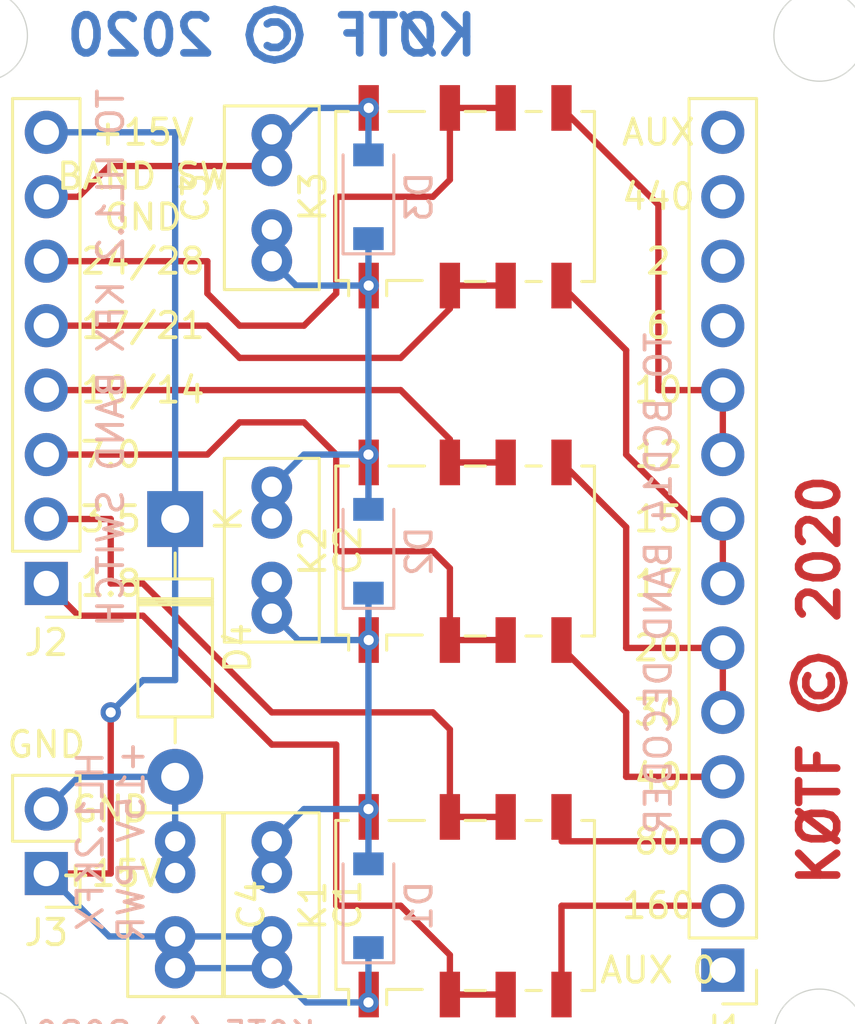
<source format=kicad_pcb>
(kicad_pcb (version 20171130) (host pcbnew "(5.1.8)-1")

  (general
    (thickness 1.6)
    (drawings 39)
    (tracks 117)
    (zones 0)
    (modules 14)
    (nets 23)
  )

  (page A4)
  (layers
    (0 F.Cu signal)
    (31 B.Cu signal)
    (32 B.Adhes user hide)
    (33 F.Adhes user hide)
    (34 B.Paste user hide)
    (35 F.Paste user hide)
    (36 B.SilkS user hide)
    (37 F.SilkS user hide)
    (38 B.Mask user hide)
    (39 F.Mask user hide)
    (40 Dwgs.User user hide)
    (41 Cmts.User user hide)
    (42 Eco1.User user hide)
    (43 Eco2.User user hide)
    (44 Edge.Cuts user hide)
    (45 Margin user hide)
    (46 B.CrtYd user hide)
    (47 F.CrtYd user hide)
    (48 B.Fab user hide)
    (49 F.Fab user hide)
  )

  (setup
    (last_trace_width 0.25)
    (trace_clearance 0.2)
    (zone_clearance 0.508)
    (zone_45_only no)
    (trace_min 0.2)
    (via_size 0.8)
    (via_drill 0.4)
    (via_min_size 0.4)
    (via_min_drill 0.3)
    (uvia_size 0.3)
    (uvia_drill 0.1)
    (uvias_allowed no)
    (uvia_min_size 0.2)
    (uvia_min_drill 0.1)
    (edge_width 0.05)
    (segment_width 0.2)
    (pcb_text_width 0.3)
    (pcb_text_size 1.5 1.5)
    (mod_edge_width 0.12)
    (mod_text_size 1 1)
    (mod_text_width 0.15)
    (pad_size 1.524 1.524)
    (pad_drill 0.762)
    (pad_to_mask_clearance 0)
    (aux_axis_origin 0 0)
    (visible_elements 7FFFFFFF)
    (pcbplotparams
      (layerselection 0x010fc_ffffffff)
      (usegerberextensions false)
      (usegerberattributes true)
      (usegerberadvancedattributes true)
      (creategerberjobfile true)
      (excludeedgelayer true)
      (linewidth 0.100000)
      (plotframeref false)
      (viasonmask false)
      (mode 1)
      (useauxorigin false)
      (hpglpennumber 1)
      (hpglpenspeed 20)
      (hpglpendiameter 15.000000)
      (psnegative false)
      (psa4output false)
      (plotreference true)
      (plotvalue true)
      (plotinvisibletext false)
      (padsonsilk false)
      (subtractmaskfromsilk false)
      (outputformat 1)
      (mirror false)
      (drillshape 1)
      (scaleselection 1)
      (outputdirectory ""))
  )

  (net 0 "")
  (net 1 "Net-(C1-Pad2)")
  (net 2 "Net-(C1-Pad1)")
  (net 3 "Net-(C2-Pad1)")
  (net 4 "Net-(C3-Pad2)")
  (net 5 "Net-(C4-Pad1)")
  (net 6 "Net-(J1-Pad14)")
  (net 7 "Net-(J1-Pad13)")
  (net 8 "Net-(J1-Pad12)")
  (net 9 "Net-(J1-Pad11)")
  (net 10 "Net-(J1-Pad10)")
  (net 11 "Net-(J1-Pad7)")
  (net 12 "Net-(J1-Pad5)")
  (net 13 "Net-(J1-Pad4)")
  (net 14 "Net-(J1-Pad3)")
  (net 15 "Net-(J1-Pad2)")
  (net 16 "Net-(J1-Pad1)")
  (net 17 "Net-(J2-Pad6)")
  (net 18 "Net-(J2-Pad5)")
  (net 19 "Net-(J2-Pad4)")
  (net 20 "Net-(J2-Pad3)")
  (net 21 "Net-(J2-Pad2)")
  (net 22 "Net-(J2-Pad1)")

  (net_class Default "This is the default net class."
    (clearance 0.2)
    (trace_width 0.25)
    (via_dia 0.8)
    (via_drill 0.4)
    (uvia_dia 0.3)
    (uvia_drill 0.1)
    (add_net "Net-(C1-Pad1)")
    (add_net "Net-(C1-Pad2)")
    (add_net "Net-(C2-Pad1)")
    (add_net "Net-(C3-Pad2)")
    (add_net "Net-(C4-Pad1)")
    (add_net "Net-(J1-Pad1)")
    (add_net "Net-(J1-Pad10)")
    (add_net "Net-(J1-Pad11)")
    (add_net "Net-(J1-Pad12)")
    (add_net "Net-(J1-Pad13)")
    (add_net "Net-(J1-Pad14)")
    (add_net "Net-(J1-Pad2)")
    (add_net "Net-(J1-Pad3)")
    (add_net "Net-(J1-Pad4)")
    (add_net "Net-(J1-Pad5)")
    (add_net "Net-(J1-Pad7)")
    (add_net "Net-(J2-Pad1)")
    (add_net "Net-(J2-Pad2)")
    (add_net "Net-(J2-Pad3)")
    (add_net "Net-(J2-Pad4)")
    (add_net "Net-(J2-Pad5)")
    (add_net "Net-(J2-Pad6)")
  )

  (module Diode_THT:D_DO-41_SOD81_P10.16mm_Horizontal (layer F.Cu) (tedit 5AE50CD5) (tstamp 5FC1EEE6)
    (at 59.69 60.96 270)
    (descr "Diode, DO-41_SOD81 series, Axial, Horizontal, pin pitch=10.16mm, , length*diameter=5.2*2.7mm^2, , http://www.diodes.com/_files/packages/DO-41%20(Plastic).pdf")
    (tags "Diode DO-41_SOD81 series Axial Horizontal pin pitch 10.16mm  length 5.2mm diameter 2.7mm")
    (path /5FC7FFA6)
    (fp_text reference D4 (at 5.08 -2.47 90) (layer F.SilkS)
      (effects (font (size 1 1) (thickness 0.15)))
    )
    (fp_text value 1N4004 (at 5.08 2.47 90) (layer F.Fab)
      (effects (font (size 1 1) (thickness 0.15)))
    )
    (fp_line (start 11.51 -1.6) (end -1.35 -1.6) (layer F.CrtYd) (width 0.05))
    (fp_line (start 11.51 1.6) (end 11.51 -1.6) (layer F.CrtYd) (width 0.05))
    (fp_line (start -1.35 1.6) (end 11.51 1.6) (layer F.CrtYd) (width 0.05))
    (fp_line (start -1.35 -1.6) (end -1.35 1.6) (layer F.CrtYd) (width 0.05))
    (fp_line (start 3.14 -1.47) (end 3.14 1.47) (layer F.SilkS) (width 0.12))
    (fp_line (start 3.38 -1.47) (end 3.38 1.47) (layer F.SilkS) (width 0.12))
    (fp_line (start 3.26 -1.47) (end 3.26 1.47) (layer F.SilkS) (width 0.12))
    (fp_line (start 8.82 0) (end 7.8 0) (layer F.SilkS) (width 0.12))
    (fp_line (start 1.34 0) (end 2.36 0) (layer F.SilkS) (width 0.12))
    (fp_line (start 7.8 -1.47) (end 2.36 -1.47) (layer F.SilkS) (width 0.12))
    (fp_line (start 7.8 1.47) (end 7.8 -1.47) (layer F.SilkS) (width 0.12))
    (fp_line (start 2.36 1.47) (end 7.8 1.47) (layer F.SilkS) (width 0.12))
    (fp_line (start 2.36 -1.47) (end 2.36 1.47) (layer F.SilkS) (width 0.12))
    (fp_line (start 3.16 -1.35) (end 3.16 1.35) (layer F.Fab) (width 0.1))
    (fp_line (start 3.36 -1.35) (end 3.36 1.35) (layer F.Fab) (width 0.1))
    (fp_line (start 3.26 -1.35) (end 3.26 1.35) (layer F.Fab) (width 0.1))
    (fp_line (start 10.16 0) (end 7.68 0) (layer F.Fab) (width 0.1))
    (fp_line (start 0 0) (end 2.48 0) (layer F.Fab) (width 0.1))
    (fp_line (start 7.68 -1.35) (end 2.48 -1.35) (layer F.Fab) (width 0.1))
    (fp_line (start 7.68 1.35) (end 7.68 -1.35) (layer F.Fab) (width 0.1))
    (fp_line (start 2.48 1.35) (end 7.68 1.35) (layer F.Fab) (width 0.1))
    (fp_line (start 2.48 -1.35) (end 2.48 1.35) (layer F.Fab) (width 0.1))
    (fp_text user K (at 0 -2.1 90) (layer F.SilkS)
      (effects (font (size 1 1) (thickness 0.15)))
    )
    (fp_text user K (at 0 -2.1 90) (layer F.Fab)
      (effects (font (size 1 1) (thickness 0.15)))
    )
    (fp_text user %R (at 5.47 0 90) (layer F.Fab)
      (effects (font (size 1 1) (thickness 0.15)))
    )
    (pad 2 thru_hole oval (at 10.16 0 270) (size 2.2 2.2) (drill 1.1) (layers *.Cu *.Mask)
      (net 5 "Net-(C4-Pad1)"))
    (pad 1 thru_hole rect (at 0 0 270) (size 2.2 2.2) (drill 1.1) (layers *.Cu *.Mask)
      (net 1 "Net-(C1-Pad2)"))
    (model ${KISYS3DMOD}/Diode_THT.3dshapes/D_DO-41_SOD81_P10.16mm_Horizontal.wrl
      (at (xyz 0 0 0))
      (scale (xyz 1 1 1))
      (rotate (xyz 0 0 0))
    )
  )

  (module Relay_SMD:Relay_DPDT_Omron_G6K-2F-Y (layer F.Cu) (tedit 5A565DE2) (tstamp 5FC1EFA6)
    (at 71.12 48.26 90)
    (descr "Omron G6K-2F-Y relay package http://omronfs.omron.com/en_US/ecb/products/pdf/en-g6k.pdf")
    (tags "Omron G6K-2F-Y relay")
    (path /5FC2EC3E)
    (attr smd)
    (fp_text reference K3 (at 0 -6 90) (layer F.SilkS)
      (effects (font (size 1 1) (thickness 0.15)))
    )
    (fp_text value G6K-2 (at -0.04 6.3 90) (layer F.Fab)
      (effects (font (size 1 1) (thickness 0.15)))
    )
    (fp_line (start 4.65 5.25) (end -4.65 5.25) (layer F.CrtYd) (width 0.05))
    (fp_line (start 4.65 5.25) (end 4.65 -5.25) (layer F.CrtYd) (width 0.05))
    (fp_line (start -4.65 -5.25) (end -4.65 5.25) (layer F.CrtYd) (width 0.05))
    (fp_line (start -4.65 -5.25) (end 4.65 -5.25) (layer F.CrtYd) (width 0.05))
    (fp_line (start -2.24 -5) (end 3.26 -5) (layer F.Fab) (width 0.12))
    (fp_line (start 3.26 -5) (end 3.26 5) (layer F.Fab) (width 0.12))
    (fp_line (start 3.26 5) (end -3.24 5) (layer F.Fab) (width 0.12))
    (fp_line (start -3.24 5) (end -3.24 -4) (layer F.Fab) (width 0.12))
    (fp_line (start -3.24 -4) (end -2.24 -5) (layer F.Fab) (width 0.12))
    (fp_line (start -3.3 -5.09) (end 3.36 -5.1) (layer F.SilkS) (width 0.12))
    (fp_line (start 3.36 -5.1) (end 3.36 -4.6) (layer F.SilkS) (width 0.12))
    (fp_line (start 3.36 -3) (end 3.36 -1.6) (layer F.SilkS) (width 0.12))
    (fp_line (start 3.36 0) (end 3.36 0.8) (layer F.SilkS) (width 0.12))
    (fp_line (start 3.36 2.4) (end 3.36 3) (layer F.SilkS) (width 0.12))
    (fp_line (start 3.36 4.6) (end 3.36 5.1) (layer F.SilkS) (width 0.12))
    (fp_line (start 3.36 5.1) (end -3.34 5.1) (layer F.SilkS) (width 0.12))
    (fp_line (start -3.34 5.1) (end -3.34 4.6) (layer F.SilkS) (width 0.12))
    (fp_line (start -3.34 3) (end -3.34 2.4) (layer F.SilkS) (width 0.12))
    (fp_line (start -3.34 0.8) (end -3.34 0) (layer F.SilkS) (width 0.12))
    (fp_line (start -3.3 -1.69) (end -3.3 -3.09) (layer F.SilkS) (width 0.12))
    (fp_line (start -3.3 -5.09) (end -3.3 -4.59) (layer F.SilkS) (width 0.12))
    (fp_line (start -3.3 -4.59) (end -3.9 -4.59) (layer F.SilkS) (width 0.12))
    (fp_line (start -3.3 -3.09) (end -3.9 -3.09) (layer F.SilkS) (width 0.12))
    (fp_text user %R (at 0.01 0 90) (layer F.Fab)
      (effects (font (size 1 1) (thickness 0.15)))
    )
    (pad 1 smd rect (at -3.5 -3.8 90) (size 1.8 0.8) (layers F.Cu F.Paste F.Mask)
      (net 3 "Net-(C2-Pad1)"))
    (pad 2 smd rect (at -3.5 -0.6 90) (size 1.8 0.8) (layers F.Cu F.Paste F.Mask)
      (net 18 "Net-(J2-Pad5)"))
    (pad 3 smd rect (at -3.5 1.6 90) (size 1.8 0.8) (layers F.Cu F.Paste F.Mask)
      (net 18 "Net-(J2-Pad5)"))
    (pad 4 smd rect (at -3.5 3.8 90) (size 1.8 0.8) (layers F.Cu F.Paste F.Mask)
      (net 11 "Net-(J1-Pad7)"))
    (pad 5 smd rect (at 3.5 3.8 90) (size 1.8 0.8) (layers F.Cu F.Paste F.Mask)
      (net 10 "Net-(J1-Pad10)"))
    (pad 6 smd rect (at 3.5 1.6 90) (size 1.8 0.8) (layers F.Cu F.Paste F.Mask)
      (net 17 "Net-(J2-Pad6)"))
    (pad 7 smd rect (at 3.5 -0.6 90) (size 1.8 0.8) (layers F.Cu F.Paste F.Mask)
      (net 17 "Net-(J2-Pad6)"))
    (pad 8 smd rect (at 3.5 -3.8 90) (size 1.8 0.8) (layers F.Cu F.Paste F.Mask)
      (net 4 "Net-(C3-Pad2)"))
    (model ${KISYS3DMOD}/Relay_SMD.3dshapes/Relay_DPDT_Omron_G6K-2F-Y.wrl
      (at (xyz 0 0 0))
      (scale (xyz 1 1 1))
      (rotate (xyz 0 0 0))
    )
  )

  (module Relay_SMD:Relay_DPDT_Omron_G6K-2F-Y (layer F.Cu) (tedit 5A565DE2) (tstamp 5FC1EF82)
    (at 71.12 62.23 90)
    (descr "Omron G6K-2F-Y relay package http://omronfs.omron.com/en_US/ecb/products/pdf/en-g6k.pdf")
    (tags "Omron G6K-2F-Y relay")
    (path /5FC193A9)
    (attr smd)
    (fp_text reference K2 (at 0 -6 90) (layer F.SilkS)
      (effects (font (size 1 1) (thickness 0.15)))
    )
    (fp_text value G6K-2 (at -0.04 6.3 90) (layer F.Fab)
      (effects (font (size 1 1) (thickness 0.15)))
    )
    (fp_line (start 4.65 5.25) (end -4.65 5.25) (layer F.CrtYd) (width 0.05))
    (fp_line (start 4.65 5.25) (end 4.65 -5.25) (layer F.CrtYd) (width 0.05))
    (fp_line (start -4.65 -5.25) (end -4.65 5.25) (layer F.CrtYd) (width 0.05))
    (fp_line (start -4.65 -5.25) (end 4.65 -5.25) (layer F.CrtYd) (width 0.05))
    (fp_line (start -2.24 -5) (end 3.26 -5) (layer F.Fab) (width 0.12))
    (fp_line (start 3.26 -5) (end 3.26 5) (layer F.Fab) (width 0.12))
    (fp_line (start 3.26 5) (end -3.24 5) (layer F.Fab) (width 0.12))
    (fp_line (start -3.24 5) (end -3.24 -4) (layer F.Fab) (width 0.12))
    (fp_line (start -3.24 -4) (end -2.24 -5) (layer F.Fab) (width 0.12))
    (fp_line (start -3.3 -5.09) (end 3.36 -5.1) (layer F.SilkS) (width 0.12))
    (fp_line (start 3.36 -5.1) (end 3.36 -4.6) (layer F.SilkS) (width 0.12))
    (fp_line (start 3.36 -3) (end 3.36 -1.6) (layer F.SilkS) (width 0.12))
    (fp_line (start 3.36 0) (end 3.36 0.8) (layer F.SilkS) (width 0.12))
    (fp_line (start 3.36 2.4) (end 3.36 3) (layer F.SilkS) (width 0.12))
    (fp_line (start 3.36 4.6) (end 3.36 5.1) (layer F.SilkS) (width 0.12))
    (fp_line (start 3.36 5.1) (end -3.34 5.1) (layer F.SilkS) (width 0.12))
    (fp_line (start -3.34 5.1) (end -3.34 4.6) (layer F.SilkS) (width 0.12))
    (fp_line (start -3.34 3) (end -3.34 2.4) (layer F.SilkS) (width 0.12))
    (fp_line (start -3.34 0.8) (end -3.34 0) (layer F.SilkS) (width 0.12))
    (fp_line (start -3.3 -1.69) (end -3.3 -3.09) (layer F.SilkS) (width 0.12))
    (fp_line (start -3.3 -5.09) (end -3.3 -4.59) (layer F.SilkS) (width 0.12))
    (fp_line (start -3.3 -4.59) (end -3.9 -4.59) (layer F.SilkS) (width 0.12))
    (fp_line (start -3.3 -3.09) (end -3.9 -3.09) (layer F.SilkS) (width 0.12))
    (fp_text user %R (at 0.01 0 90) (layer F.Fab)
      (effects (font (size 1 1) (thickness 0.15)))
    )
    (pad 1 smd rect (at -3.5 -3.8 90) (size 1.8 0.8) (layers F.Cu F.Paste F.Mask)
      (net 2 "Net-(C1-Pad1)"))
    (pad 2 smd rect (at -3.5 -0.6 90) (size 1.8 0.8) (layers F.Cu F.Paste F.Mask)
      (net 20 "Net-(J2-Pad3)"))
    (pad 3 smd rect (at -3.5 1.6 90) (size 1.8 0.8) (layers F.Cu F.Paste F.Mask)
      (net 20 "Net-(J2-Pad3)"))
    (pad 4 smd rect (at -3.5 3.8 90) (size 1.8 0.8) (layers F.Cu F.Paste F.Mask)
      (net 13 "Net-(J1-Pad4)"))
    (pad 5 smd rect (at 3.5 3.8 90) (size 1.8 0.8) (layers F.Cu F.Paste F.Mask)
      (net 12 "Net-(J1-Pad5)"))
    (pad 6 smd rect (at 3.5 1.6 90) (size 1.8 0.8) (layers F.Cu F.Paste F.Mask)
      (net 19 "Net-(J2-Pad4)"))
    (pad 7 smd rect (at 3.5 -0.6 90) (size 1.8 0.8) (layers F.Cu F.Paste F.Mask)
      (net 19 "Net-(J2-Pad4)"))
    (pad 8 smd rect (at 3.5 -3.8 90) (size 1.8 0.8) (layers F.Cu F.Paste F.Mask)
      (net 3 "Net-(C2-Pad1)"))
    (model ${KISYS3DMOD}/Relay_SMD.3dshapes/Relay_DPDT_Omron_G6K-2F-Y.wrl
      (at (xyz 0 0 0))
      (scale (xyz 1 1 1))
      (rotate (xyz 0 0 0))
    )
  )

  (module Relay_SMD:Relay_DPDT_Omron_G6K-2F-Y (layer F.Cu) (tedit 5A565DE2) (tstamp 5FC1EF5E)
    (at 71.12 76.2 90)
    (descr "Omron G6K-2F-Y relay package http://omronfs.omron.com/en_US/ecb/products/pdf/en-g6k.pdf")
    (tags "Omron G6K-2F-Y relay")
    (path /5FC31029)
    (attr smd)
    (fp_text reference K1 (at 0 -6 90) (layer F.SilkS)
      (effects (font (size 1 1) (thickness 0.15)))
    )
    (fp_text value G6K-2 (at -0.04 6.3 90) (layer F.Fab)
      (effects (font (size 1 1) (thickness 0.15)))
    )
    (fp_line (start 4.65 5.25) (end -4.65 5.25) (layer F.CrtYd) (width 0.05))
    (fp_line (start 4.65 5.25) (end 4.65 -5.25) (layer F.CrtYd) (width 0.05))
    (fp_line (start -4.65 -5.25) (end -4.65 5.25) (layer F.CrtYd) (width 0.05))
    (fp_line (start -4.65 -5.25) (end 4.65 -5.25) (layer F.CrtYd) (width 0.05))
    (fp_line (start -2.24 -5) (end 3.26 -5) (layer F.Fab) (width 0.12))
    (fp_line (start 3.26 -5) (end 3.26 5) (layer F.Fab) (width 0.12))
    (fp_line (start 3.26 5) (end -3.24 5) (layer F.Fab) (width 0.12))
    (fp_line (start -3.24 5) (end -3.24 -4) (layer F.Fab) (width 0.12))
    (fp_line (start -3.24 -4) (end -2.24 -5) (layer F.Fab) (width 0.12))
    (fp_line (start -3.3 -5.09) (end 3.36 -5.1) (layer F.SilkS) (width 0.12))
    (fp_line (start 3.36 -5.1) (end 3.36 -4.6) (layer F.SilkS) (width 0.12))
    (fp_line (start 3.36 -3) (end 3.36 -1.6) (layer F.SilkS) (width 0.12))
    (fp_line (start 3.36 0) (end 3.36 0.8) (layer F.SilkS) (width 0.12))
    (fp_line (start 3.36 2.4) (end 3.36 3) (layer F.SilkS) (width 0.12))
    (fp_line (start 3.36 4.6) (end 3.36 5.1) (layer F.SilkS) (width 0.12))
    (fp_line (start 3.36 5.1) (end -3.34 5.1) (layer F.SilkS) (width 0.12))
    (fp_line (start -3.34 5.1) (end -3.34 4.6) (layer F.SilkS) (width 0.12))
    (fp_line (start -3.34 3) (end -3.34 2.4) (layer F.SilkS) (width 0.12))
    (fp_line (start -3.34 0.8) (end -3.34 0) (layer F.SilkS) (width 0.12))
    (fp_line (start -3.3 -1.69) (end -3.3 -3.09) (layer F.SilkS) (width 0.12))
    (fp_line (start -3.3 -5.09) (end -3.3 -4.59) (layer F.SilkS) (width 0.12))
    (fp_line (start -3.3 -4.59) (end -3.9 -4.59) (layer F.SilkS) (width 0.12))
    (fp_line (start -3.3 -3.09) (end -3.9 -3.09) (layer F.SilkS) (width 0.12))
    (fp_text user %R (at 0.01 0 90) (layer F.Fab)
      (effects (font (size 1 1) (thickness 0.15)))
    )
    (pad 1 smd rect (at -3.5 -3.8 90) (size 1.8 0.8) (layers F.Cu F.Paste F.Mask)
      (net 1 "Net-(C1-Pad2)"))
    (pad 2 smd rect (at -3.5 -0.6 90) (size 1.8 0.8) (layers F.Cu F.Paste F.Mask)
      (net 22 "Net-(J2-Pad1)"))
    (pad 3 smd rect (at -3.5 1.6 90) (size 1.8 0.8) (layers F.Cu F.Paste F.Mask)
      (net 22 "Net-(J2-Pad1)"))
    (pad 4 smd rect (at -3.5 3.8 90) (size 1.8 0.8) (layers F.Cu F.Paste F.Mask)
      (net 15 "Net-(J1-Pad2)"))
    (pad 5 smd rect (at 3.5 3.8 90) (size 1.8 0.8) (layers F.Cu F.Paste F.Mask)
      (net 14 "Net-(J1-Pad3)"))
    (pad 6 smd rect (at 3.5 1.6 90) (size 1.8 0.8) (layers F.Cu F.Paste F.Mask)
      (net 21 "Net-(J2-Pad2)"))
    (pad 7 smd rect (at 3.5 -0.6 90) (size 1.8 0.8) (layers F.Cu F.Paste F.Mask)
      (net 21 "Net-(J2-Pad2)"))
    (pad 8 smd rect (at 3.5 -3.8 90) (size 1.8 0.8) (layers F.Cu F.Paste F.Mask)
      (net 2 "Net-(C1-Pad1)"))
    (model ${KISYS3DMOD}/Relay_SMD.3dshapes/Relay_DPDT_Omron_G6K-2F-Y.wrl
      (at (xyz 0 0 0))
      (scale (xyz 1 1 1))
      (rotate (xyz 0 0 0))
    )
  )

  (module Connector_PinHeader_2.54mm:PinHeader_1x02_P2.54mm_Vertical (layer F.Cu) (tedit 59FED5CC) (tstamp 5FC1EF3A)
    (at 54.61 74.93 180)
    (descr "Through hole straight pin header, 1x02, 2.54mm pitch, single row")
    (tags "Through hole pin header THT 1x02 2.54mm single row")
    (path /5FC496CC)
    (fp_text reference J3 (at 0 -2.33) (layer F.SilkS)
      (effects (font (size 1 1) (thickness 0.15)))
    )
    (fp_text value Conn_01x02 (at 0 4.87) (layer F.Fab)
      (effects (font (size 1 1) (thickness 0.15)))
    )
    (fp_line (start 1.8 -1.8) (end -1.8 -1.8) (layer F.CrtYd) (width 0.05))
    (fp_line (start 1.8 4.35) (end 1.8 -1.8) (layer F.CrtYd) (width 0.05))
    (fp_line (start -1.8 4.35) (end 1.8 4.35) (layer F.CrtYd) (width 0.05))
    (fp_line (start -1.8 -1.8) (end -1.8 4.35) (layer F.CrtYd) (width 0.05))
    (fp_line (start -1.33 -1.33) (end 0 -1.33) (layer F.SilkS) (width 0.12))
    (fp_line (start -1.33 0) (end -1.33 -1.33) (layer F.SilkS) (width 0.12))
    (fp_line (start -1.33 1.27) (end 1.33 1.27) (layer F.SilkS) (width 0.12))
    (fp_line (start 1.33 1.27) (end 1.33 3.87) (layer F.SilkS) (width 0.12))
    (fp_line (start -1.33 1.27) (end -1.33 3.87) (layer F.SilkS) (width 0.12))
    (fp_line (start -1.33 3.87) (end 1.33 3.87) (layer F.SilkS) (width 0.12))
    (fp_line (start -1.27 -0.635) (end -0.635 -1.27) (layer F.Fab) (width 0.1))
    (fp_line (start -1.27 3.81) (end -1.27 -0.635) (layer F.Fab) (width 0.1))
    (fp_line (start 1.27 3.81) (end -1.27 3.81) (layer F.Fab) (width 0.1))
    (fp_line (start 1.27 -1.27) (end 1.27 3.81) (layer F.Fab) (width 0.1))
    (fp_line (start -0.635 -1.27) (end 1.27 -1.27) (layer F.Fab) (width 0.1))
    (fp_text user %R (at 0 1.27 90) (layer F.Fab)
      (effects (font (size 1 1) (thickness 0.15)))
    )
    (pad 2 thru_hole oval (at 0 2.54 180) (size 1.7 1.7) (drill 1) (layers *.Cu *.Mask)
      (net 5 "Net-(C4-Pad1)"))
    (pad 1 thru_hole rect (at 0 0 180) (size 1.7 1.7) (drill 1) (layers *.Cu *.Mask)
      (net 1 "Net-(C1-Pad2)"))
    (model ${KISYS3DMOD}/Connector_PinHeader_2.54mm.3dshapes/PinHeader_1x02_P2.54mm_Vertical.wrl
      (at (xyz 0 0 0))
      (scale (xyz 1 1 1))
      (rotate (xyz 0 0 0))
    )
  )

  (module Connector_PinHeader_2.54mm:PinHeader_1x08_P2.54mm_Vertical (layer F.Cu) (tedit 59FED5CC) (tstamp 5FC1EF24)
    (at 54.61 63.5 180)
    (descr "Through hole straight pin header, 1x08, 2.54mm pitch, single row")
    (tags "Through hole pin header THT 1x08 2.54mm single row")
    (path /5FC45AFE)
    (fp_text reference J2 (at 0 -2.33) (layer F.SilkS)
      (effects (font (size 1 1) (thickness 0.15)))
    )
    (fp_text value Conn_01x08 (at 0 20.11) (layer F.Fab)
      (effects (font (size 1 1) (thickness 0.15)))
    )
    (fp_line (start 1.8 -1.8) (end -1.8 -1.8) (layer F.CrtYd) (width 0.05))
    (fp_line (start 1.8 19.55) (end 1.8 -1.8) (layer F.CrtYd) (width 0.05))
    (fp_line (start -1.8 19.55) (end 1.8 19.55) (layer F.CrtYd) (width 0.05))
    (fp_line (start -1.8 -1.8) (end -1.8 19.55) (layer F.CrtYd) (width 0.05))
    (fp_line (start -1.33 -1.33) (end 0 -1.33) (layer F.SilkS) (width 0.12))
    (fp_line (start -1.33 0) (end -1.33 -1.33) (layer F.SilkS) (width 0.12))
    (fp_line (start -1.33 1.27) (end 1.33 1.27) (layer F.SilkS) (width 0.12))
    (fp_line (start 1.33 1.27) (end 1.33 19.11) (layer F.SilkS) (width 0.12))
    (fp_line (start -1.33 1.27) (end -1.33 19.11) (layer F.SilkS) (width 0.12))
    (fp_line (start -1.33 19.11) (end 1.33 19.11) (layer F.SilkS) (width 0.12))
    (fp_line (start -1.27 -0.635) (end -0.635 -1.27) (layer F.Fab) (width 0.1))
    (fp_line (start -1.27 19.05) (end -1.27 -0.635) (layer F.Fab) (width 0.1))
    (fp_line (start 1.27 19.05) (end -1.27 19.05) (layer F.Fab) (width 0.1))
    (fp_line (start 1.27 -1.27) (end 1.27 19.05) (layer F.Fab) (width 0.1))
    (fp_line (start -0.635 -1.27) (end 1.27 -1.27) (layer F.Fab) (width 0.1))
    (fp_text user %R (at 0 8.89 90) (layer F.Fab)
      (effects (font (size 1 1) (thickness 0.15)))
    )
    (pad 8 thru_hole oval (at 0 17.78 180) (size 1.7 1.7) (drill 1) (layers *.Cu *.Mask)
      (net 1 "Net-(C1-Pad2)"))
    (pad 7 thru_hole oval (at 0 15.24 180) (size 1.7 1.7) (drill 1) (layers *.Cu *.Mask)
      (net 4 "Net-(C3-Pad2)"))
    (pad 6 thru_hole oval (at 0 12.7 180) (size 1.7 1.7) (drill 1) (layers *.Cu *.Mask)
      (net 17 "Net-(J2-Pad6)"))
    (pad 5 thru_hole oval (at 0 10.16 180) (size 1.7 1.7) (drill 1) (layers *.Cu *.Mask)
      (net 18 "Net-(J2-Pad5)"))
    (pad 4 thru_hole oval (at 0 7.62 180) (size 1.7 1.7) (drill 1) (layers *.Cu *.Mask)
      (net 19 "Net-(J2-Pad4)"))
    (pad 3 thru_hole oval (at 0 5.08 180) (size 1.7 1.7) (drill 1) (layers *.Cu *.Mask)
      (net 20 "Net-(J2-Pad3)"))
    (pad 2 thru_hole oval (at 0 2.54 180) (size 1.7 1.7) (drill 1) (layers *.Cu *.Mask)
      (net 21 "Net-(J2-Pad2)"))
    (pad 1 thru_hole rect (at 0 0 180) (size 1.7 1.7) (drill 1) (layers *.Cu *.Mask)
      (net 22 "Net-(J2-Pad1)"))
    (model ${KISYS3DMOD}/Connector_PinHeader_2.54mm.3dshapes/PinHeader_1x08_P2.54mm_Vertical.wrl
      (at (xyz 0 0 0))
      (scale (xyz 1 1 1))
      (rotate (xyz 0 0 0))
    )
  )

  (module Connector_PinHeader_2.54mm:PinHeader_1x14_P2.54mm_Vertical (layer F.Cu) (tedit 59FED5CC) (tstamp 5FC1EF08)
    (at 81.28 78.74 180)
    (descr "Through hole straight pin header, 1x14, 2.54mm pitch, single row")
    (tags "Through hole pin header THT 1x14 2.54mm single row")
    (path /5FC4BEFB)
    (fp_text reference J1 (at 0 -2.33) (layer F.SilkS)
      (effects (font (size 1 1) (thickness 0.15)))
    )
    (fp_text value Conn_01x14 (at 0 35.35) (layer F.Fab)
      (effects (font (size 1 1) (thickness 0.15)))
    )
    (fp_line (start 1.8 -1.8) (end -1.8 -1.8) (layer F.CrtYd) (width 0.05))
    (fp_line (start 1.8 34.8) (end 1.8 -1.8) (layer F.CrtYd) (width 0.05))
    (fp_line (start -1.8 34.8) (end 1.8 34.8) (layer F.CrtYd) (width 0.05))
    (fp_line (start -1.8 -1.8) (end -1.8 34.8) (layer F.CrtYd) (width 0.05))
    (fp_line (start -1.33 -1.33) (end 0 -1.33) (layer F.SilkS) (width 0.12))
    (fp_line (start -1.33 0) (end -1.33 -1.33) (layer F.SilkS) (width 0.12))
    (fp_line (start -1.33 1.27) (end 1.33 1.27) (layer F.SilkS) (width 0.12))
    (fp_line (start 1.33 1.27) (end 1.33 34.35) (layer F.SilkS) (width 0.12))
    (fp_line (start -1.33 1.27) (end -1.33 34.35) (layer F.SilkS) (width 0.12))
    (fp_line (start -1.33 34.35) (end 1.33 34.35) (layer F.SilkS) (width 0.12))
    (fp_line (start -1.27 -0.635) (end -0.635 -1.27) (layer F.Fab) (width 0.1))
    (fp_line (start -1.27 34.29) (end -1.27 -0.635) (layer F.Fab) (width 0.1))
    (fp_line (start 1.27 34.29) (end -1.27 34.29) (layer F.Fab) (width 0.1))
    (fp_line (start 1.27 -1.27) (end 1.27 34.29) (layer F.Fab) (width 0.1))
    (fp_line (start -0.635 -1.27) (end 1.27 -1.27) (layer F.Fab) (width 0.1))
    (fp_text user %R (at 0 16.51 90) (layer F.Fab)
      (effects (font (size 1 1) (thickness 0.15)))
    )
    (pad 14 thru_hole oval (at 0 33.02 180) (size 1.7 1.7) (drill 1) (layers *.Cu *.Mask)
      (net 6 "Net-(J1-Pad14)"))
    (pad 13 thru_hole oval (at 0 30.48 180) (size 1.7 1.7) (drill 1) (layers *.Cu *.Mask)
      (net 7 "Net-(J1-Pad13)"))
    (pad 12 thru_hole oval (at 0 27.94 180) (size 1.7 1.7) (drill 1) (layers *.Cu *.Mask)
      (net 8 "Net-(J1-Pad12)"))
    (pad 11 thru_hole oval (at 0 25.4 180) (size 1.7 1.7) (drill 1) (layers *.Cu *.Mask)
      (net 9 "Net-(J1-Pad11)"))
    (pad 10 thru_hole oval (at 0 22.86 180) (size 1.7 1.7) (drill 1) (layers *.Cu *.Mask)
      (net 10 "Net-(J1-Pad10)"))
    (pad 9 thru_hole oval (at 0 20.32 180) (size 1.7 1.7) (drill 1) (layers *.Cu *.Mask)
      (net 10 "Net-(J1-Pad10)"))
    (pad 8 thru_hole oval (at 0 17.78 180) (size 1.7 1.7) (drill 1) (layers *.Cu *.Mask)
      (net 11 "Net-(J1-Pad7)"))
    (pad 7 thru_hole oval (at 0 15.24 180) (size 1.7 1.7) (drill 1) (layers *.Cu *.Mask)
      (net 11 "Net-(J1-Pad7)"))
    (pad 6 thru_hole oval (at 0 12.7 180) (size 1.7 1.7) (drill 1) (layers *.Cu *.Mask)
      (net 12 "Net-(J1-Pad5)"))
    (pad 5 thru_hole oval (at 0 10.16 180) (size 1.7 1.7) (drill 1) (layers *.Cu *.Mask)
      (net 12 "Net-(J1-Pad5)"))
    (pad 4 thru_hole oval (at 0 7.62 180) (size 1.7 1.7) (drill 1) (layers *.Cu *.Mask)
      (net 13 "Net-(J1-Pad4)"))
    (pad 3 thru_hole oval (at 0 5.08 180) (size 1.7 1.7) (drill 1) (layers *.Cu *.Mask)
      (net 14 "Net-(J1-Pad3)"))
    (pad 2 thru_hole oval (at 0 2.54 180) (size 1.7 1.7) (drill 1) (layers *.Cu *.Mask)
      (net 15 "Net-(J1-Pad2)"))
    (pad 1 thru_hole rect (at 0 0 180) (size 1.7 1.7) (drill 1) (layers *.Cu *.Mask)
      (net 16 "Net-(J1-Pad1)"))
    (model ${KISYS3DMOD}/Connector_PinHeader_2.54mm.3dshapes/PinHeader_1x14_P2.54mm_Vertical.wrl
      (at (xyz 0 0 0))
      (scale (xyz 1 1 1))
      (rotate (xyz 0 0 0))
    )
  )

  (module Diode_SMD:D_SOD-123 (layer B.Cu) (tedit 58645DC7) (tstamp 5FC1EEC7)
    (at 67.31 48.26 90)
    (descr SOD-123)
    (tags SOD-123)
    (path /5FC83DB3)
    (attr smd)
    (fp_text reference D3 (at 0 2 270) (layer B.SilkS)
      (effects (font (size 1 1) (thickness 0.15)) (justify mirror))
    )
    (fp_text value 1N4148W (at 0 -2.1 270) (layer B.Fab)
      (effects (font (size 1 1) (thickness 0.15)) (justify mirror))
    )
    (fp_line (start -2.25 1) (end -2.25 -1) (layer B.SilkS) (width 0.12))
    (fp_line (start 0.25 0) (end 0.75 0) (layer B.Fab) (width 0.1))
    (fp_line (start 0.25 -0.4) (end -0.35 0) (layer B.Fab) (width 0.1))
    (fp_line (start 0.25 0.4) (end 0.25 -0.4) (layer B.Fab) (width 0.1))
    (fp_line (start -0.35 0) (end 0.25 0.4) (layer B.Fab) (width 0.1))
    (fp_line (start -0.35 0) (end -0.35 -0.55) (layer B.Fab) (width 0.1))
    (fp_line (start -0.35 0) (end -0.35 0.55) (layer B.Fab) (width 0.1))
    (fp_line (start -0.75 0) (end -0.35 0) (layer B.Fab) (width 0.1))
    (fp_line (start -1.4 -0.9) (end -1.4 0.9) (layer B.Fab) (width 0.1))
    (fp_line (start 1.4 -0.9) (end -1.4 -0.9) (layer B.Fab) (width 0.1))
    (fp_line (start 1.4 0.9) (end 1.4 -0.9) (layer B.Fab) (width 0.1))
    (fp_line (start -1.4 0.9) (end 1.4 0.9) (layer B.Fab) (width 0.1))
    (fp_line (start -2.35 1.15) (end 2.35 1.15) (layer B.CrtYd) (width 0.05))
    (fp_line (start 2.35 1.15) (end 2.35 -1.15) (layer B.CrtYd) (width 0.05))
    (fp_line (start 2.35 -1.15) (end -2.35 -1.15) (layer B.CrtYd) (width 0.05))
    (fp_line (start -2.35 1.15) (end -2.35 -1.15) (layer B.CrtYd) (width 0.05))
    (fp_line (start -2.25 -1) (end 1.65 -1) (layer B.SilkS) (width 0.12))
    (fp_line (start -2.25 1) (end 1.65 1) (layer B.SilkS) (width 0.12))
    (fp_text user %R (at 0 2 270) (layer B.Fab)
      (effects (font (size 1 1) (thickness 0.15)) (justify mirror))
    )
    (pad 1 smd rect (at -1.65 0 90) (size 0.9 1.2) (layers B.Cu B.Paste B.Mask)
      (net 3 "Net-(C2-Pad1)"))
    (pad 2 smd rect (at 1.65 0 90) (size 0.9 1.2) (layers B.Cu B.Paste B.Mask)
      (net 4 "Net-(C3-Pad2)"))
    (model ${KISYS3DMOD}/Diode_SMD.3dshapes/D_SOD-123.wrl
      (at (xyz 0 0 0))
      (scale (xyz 1 1 1))
      (rotate (xyz 0 0 0))
    )
  )

  (module Diode_SMD:D_SOD-123 (layer B.Cu) (tedit 58645DC7) (tstamp 5FC1EEAE)
    (at 67.31 62.23 90)
    (descr SOD-123)
    (tags SOD-123)
    (path /5FC84636)
    (attr smd)
    (fp_text reference D2 (at 0 2 270) (layer B.SilkS)
      (effects (font (size 1 1) (thickness 0.15)) (justify mirror))
    )
    (fp_text value 1N4148W (at 0 -2.1 270) (layer B.Fab)
      (effects (font (size 1 1) (thickness 0.15)) (justify mirror))
    )
    (fp_line (start -2.25 1) (end 1.65 1) (layer B.SilkS) (width 0.12))
    (fp_line (start -2.25 -1) (end 1.65 -1) (layer B.SilkS) (width 0.12))
    (fp_line (start -2.35 1.15) (end -2.35 -1.15) (layer B.CrtYd) (width 0.05))
    (fp_line (start 2.35 -1.15) (end -2.35 -1.15) (layer B.CrtYd) (width 0.05))
    (fp_line (start 2.35 1.15) (end 2.35 -1.15) (layer B.CrtYd) (width 0.05))
    (fp_line (start -2.35 1.15) (end 2.35 1.15) (layer B.CrtYd) (width 0.05))
    (fp_line (start -1.4 0.9) (end 1.4 0.9) (layer B.Fab) (width 0.1))
    (fp_line (start 1.4 0.9) (end 1.4 -0.9) (layer B.Fab) (width 0.1))
    (fp_line (start 1.4 -0.9) (end -1.4 -0.9) (layer B.Fab) (width 0.1))
    (fp_line (start -1.4 -0.9) (end -1.4 0.9) (layer B.Fab) (width 0.1))
    (fp_line (start -0.75 0) (end -0.35 0) (layer B.Fab) (width 0.1))
    (fp_line (start -0.35 0) (end -0.35 0.55) (layer B.Fab) (width 0.1))
    (fp_line (start -0.35 0) (end -0.35 -0.55) (layer B.Fab) (width 0.1))
    (fp_line (start -0.35 0) (end 0.25 0.4) (layer B.Fab) (width 0.1))
    (fp_line (start 0.25 0.4) (end 0.25 -0.4) (layer B.Fab) (width 0.1))
    (fp_line (start 0.25 -0.4) (end -0.35 0) (layer B.Fab) (width 0.1))
    (fp_line (start 0.25 0) (end 0.75 0) (layer B.Fab) (width 0.1))
    (fp_line (start -2.25 1) (end -2.25 -1) (layer B.SilkS) (width 0.12))
    (fp_text user %R (at 0 2 270) (layer B.Fab)
      (effects (font (size 1 1) (thickness 0.15)) (justify mirror))
    )
    (pad 2 smd rect (at 1.65 0 90) (size 0.9 1.2) (layers B.Cu B.Paste B.Mask)
      (net 3 "Net-(C2-Pad1)"))
    (pad 1 smd rect (at -1.65 0 90) (size 0.9 1.2) (layers B.Cu B.Paste B.Mask)
      (net 2 "Net-(C1-Pad1)"))
    (model ${KISYS3DMOD}/Diode_SMD.3dshapes/D_SOD-123.wrl
      (at (xyz 0 0 0))
      (scale (xyz 1 1 1))
      (rotate (xyz 0 0 0))
    )
  )

  (module Diode_SMD:D_SOD-123 (layer B.Cu) (tedit 58645DC7) (tstamp 5FC1EE95)
    (at 67.31 76.2 90)
    (descr SOD-123)
    (tags SOD-123)
    (path /5FC84EBE)
    (attr smd)
    (fp_text reference D1 (at 0 2 270) (layer B.SilkS)
      (effects (font (size 1 1) (thickness 0.15)) (justify mirror))
    )
    (fp_text value 1N4148W (at 0 -2.1 270) (layer B.Fab)
      (effects (font (size 1 1) (thickness 0.15)) (justify mirror))
    )
    (fp_line (start -2.25 1) (end 1.65 1) (layer B.SilkS) (width 0.12))
    (fp_line (start -2.25 -1) (end 1.65 -1) (layer B.SilkS) (width 0.12))
    (fp_line (start -2.35 1.15) (end -2.35 -1.15) (layer B.CrtYd) (width 0.05))
    (fp_line (start 2.35 -1.15) (end -2.35 -1.15) (layer B.CrtYd) (width 0.05))
    (fp_line (start 2.35 1.15) (end 2.35 -1.15) (layer B.CrtYd) (width 0.05))
    (fp_line (start -2.35 1.15) (end 2.35 1.15) (layer B.CrtYd) (width 0.05))
    (fp_line (start -1.4 0.9) (end 1.4 0.9) (layer B.Fab) (width 0.1))
    (fp_line (start 1.4 0.9) (end 1.4 -0.9) (layer B.Fab) (width 0.1))
    (fp_line (start 1.4 -0.9) (end -1.4 -0.9) (layer B.Fab) (width 0.1))
    (fp_line (start -1.4 -0.9) (end -1.4 0.9) (layer B.Fab) (width 0.1))
    (fp_line (start -0.75 0) (end -0.35 0) (layer B.Fab) (width 0.1))
    (fp_line (start -0.35 0) (end -0.35 0.55) (layer B.Fab) (width 0.1))
    (fp_line (start -0.35 0) (end -0.35 -0.55) (layer B.Fab) (width 0.1))
    (fp_line (start -0.35 0) (end 0.25 0.4) (layer B.Fab) (width 0.1))
    (fp_line (start 0.25 0.4) (end 0.25 -0.4) (layer B.Fab) (width 0.1))
    (fp_line (start 0.25 -0.4) (end -0.35 0) (layer B.Fab) (width 0.1))
    (fp_line (start 0.25 0) (end 0.75 0) (layer B.Fab) (width 0.1))
    (fp_line (start -2.25 1) (end -2.25 -1) (layer B.SilkS) (width 0.12))
    (fp_text user %R (at 0 2 270) (layer B.Fab)
      (effects (font (size 1 1) (thickness 0.15)) (justify mirror))
    )
    (pad 2 smd rect (at 1.65 0 90) (size 0.9 1.2) (layers B.Cu B.Paste B.Mask)
      (net 2 "Net-(C1-Pad1)"))
    (pad 1 smd rect (at -1.65 0 90) (size 0.9 1.2) (layers B.Cu B.Paste B.Mask)
      (net 1 "Net-(C1-Pad2)"))
    (model ${KISYS3DMOD}/Diode_SMD.3dshapes/D_SOD-123.wrl
      (at (xyz 0 0 0))
      (scale (xyz 1 1 1))
      (rotate (xyz 0 0 0))
    )
  )

  (module Capacitor_THT:C_Rect_L7.0mm_W3.5mm_P2.50mm_P5.00mm (layer F.Cu) (tedit 5AE50EF0) (tstamp 5FC1EE7C)
    (at 59.69 73.66 270)
    (descr "C, Rect series, Radial, pin pitch=2.50mm 5.00mm, , length*width=7*3.5mm^2, Capacitor")
    (tags "C Rect series Radial pin pitch 2.50mm 5.00mm  length 7mm width 3.5mm Capacitor")
    (path /5FC817B7)
    (fp_text reference C4 (at 2.5 -3 90) (layer F.SilkS)
      (effects (font (size 1 1) (thickness 0.15)))
    )
    (fp_text value C (at 2.5 3 90) (layer F.Fab)
      (effects (font (size 1 1) (thickness 0.15)))
    )
    (fp_line (start 6.25 -2) (end -1.25 -2) (layer F.CrtYd) (width 0.05))
    (fp_line (start 6.25 2) (end 6.25 -2) (layer F.CrtYd) (width 0.05))
    (fp_line (start -1.25 2) (end 6.25 2) (layer F.CrtYd) (width 0.05))
    (fp_line (start -1.25 -2) (end -1.25 2) (layer F.CrtYd) (width 0.05))
    (fp_line (start 6.12 -1.87) (end 6.12 1.87) (layer F.SilkS) (width 0.12))
    (fp_line (start -1.12 -1.87) (end -1.12 1.87) (layer F.SilkS) (width 0.12))
    (fp_line (start -1.12 1.87) (end 6.12 1.87) (layer F.SilkS) (width 0.12))
    (fp_line (start -1.12 -1.87) (end 6.12 -1.87) (layer F.SilkS) (width 0.12))
    (fp_line (start 6 -1.75) (end -1 -1.75) (layer F.Fab) (width 0.1))
    (fp_line (start 6 1.75) (end 6 -1.75) (layer F.Fab) (width 0.1))
    (fp_line (start -1 1.75) (end 6 1.75) (layer F.Fab) (width 0.1))
    (fp_line (start -1 -1.75) (end -1 1.75) (layer F.Fab) (width 0.1))
    (fp_text user %R (at 1.25 0 90) (layer F.Fab)
      (effects (font (size 1 1) (thickness 0.15)))
    )
    (pad 2 thru_hole circle (at 5 0 270) (size 1.6 1.6) (drill 0.8) (layers *.Cu *.Mask)
      (net 1 "Net-(C1-Pad2)"))
    (pad 1 thru_hole circle (at 0 0 270) (size 1.6 1.6) (drill 0.8) (layers *.Cu *.Mask)
      (net 5 "Net-(C4-Pad1)"))
    (pad 2 thru_hole circle (at 3.75 0 270) (size 1.6 1.6) (drill 0.8) (layers *.Cu *.Mask)
      (net 1 "Net-(C1-Pad2)"))
    (pad 1 thru_hole circle (at 1.25 0 270) (size 1.6 1.6) (drill 0.8) (layers *.Cu *.Mask)
      (net 5 "Net-(C4-Pad1)"))
    (model ${KISYS3DMOD}/Capacitor_THT.3dshapes/C_Rect_L7.0mm_W3.5mm_P2.50mm_P5.00mm.wrl
      (at (xyz 0 0 0))
      (scale (xyz 1 1 1))
      (rotate (xyz 0 0 0))
    )
  )

  (module Capacitor_THT:C_Rect_L7.0mm_W3.5mm_P2.50mm_P5.00mm (layer F.Cu) (tedit 5AE50EF0) (tstamp 5FC1EE67)
    (at 63.5 50.8 90)
    (descr "C, Rect series, Radial, pin pitch=2.50mm 5.00mm, , length*width=7*3.5mm^2, Capacitor")
    (tags "C Rect series Radial pin pitch 2.50mm 5.00mm  length 7mm width 3.5mm Capacitor")
    (path /5FC5881C)
    (fp_text reference C3 (at 2.5 -3 90) (layer F.SilkS)
      (effects (font (size 1 1) (thickness 0.15)))
    )
    (fp_text value C (at 2.5 3 90) (layer F.Fab)
      (effects (font (size 1 1) (thickness 0.15)))
    )
    (fp_line (start 6.25 -2) (end -1.25 -2) (layer F.CrtYd) (width 0.05))
    (fp_line (start 6.25 2) (end 6.25 -2) (layer F.CrtYd) (width 0.05))
    (fp_line (start -1.25 2) (end 6.25 2) (layer F.CrtYd) (width 0.05))
    (fp_line (start -1.25 -2) (end -1.25 2) (layer F.CrtYd) (width 0.05))
    (fp_line (start 6.12 -1.87) (end 6.12 1.87) (layer F.SilkS) (width 0.12))
    (fp_line (start -1.12 -1.87) (end -1.12 1.87) (layer F.SilkS) (width 0.12))
    (fp_line (start -1.12 1.87) (end 6.12 1.87) (layer F.SilkS) (width 0.12))
    (fp_line (start -1.12 -1.87) (end 6.12 -1.87) (layer F.SilkS) (width 0.12))
    (fp_line (start 6 -1.75) (end -1 -1.75) (layer F.Fab) (width 0.1))
    (fp_line (start 6 1.75) (end 6 -1.75) (layer F.Fab) (width 0.1))
    (fp_line (start -1 1.75) (end 6 1.75) (layer F.Fab) (width 0.1))
    (fp_line (start -1 -1.75) (end -1 1.75) (layer F.Fab) (width 0.1))
    (fp_text user %R (at 1.25 0 90) (layer F.Fab)
      (effects (font (size 1 1) (thickness 0.15)))
    )
    (pad 2 thru_hole circle (at 5 0 90) (size 1.6 1.6) (drill 0.8) (layers *.Cu *.Mask)
      (net 4 "Net-(C3-Pad2)"))
    (pad 1 thru_hole circle (at 0 0 90) (size 1.6 1.6) (drill 0.8) (layers *.Cu *.Mask)
      (net 3 "Net-(C2-Pad1)"))
    (pad 2 thru_hole circle (at 3.75 0 90) (size 1.6 1.6) (drill 0.8) (layers *.Cu *.Mask)
      (net 4 "Net-(C3-Pad2)"))
    (pad 1 thru_hole circle (at 1.25 0 90) (size 1.6 1.6) (drill 0.8) (layers *.Cu *.Mask)
      (net 3 "Net-(C2-Pad1)"))
    (model ${KISYS3DMOD}/Capacitor_THT.3dshapes/C_Rect_L7.0mm_W3.5mm_P2.50mm_P5.00mm.wrl
      (at (xyz 0 0 0))
      (scale (xyz 1 1 1))
      (rotate (xyz 0 0 0))
    )
  )

  (module Capacitor_THT:C_Rect_L7.0mm_W3.5mm_P2.50mm_P5.00mm (layer F.Cu) (tedit 5AE50EF0) (tstamp 5FC1EE52)
    (at 63.5 59.69 270)
    (descr "C, Rect series, Radial, pin pitch=2.50mm 5.00mm, , length*width=7*3.5mm^2, Capacitor")
    (tags "C Rect series Radial pin pitch 2.50mm 5.00mm  length 7mm width 3.5mm Capacitor")
    (path /5FC5672E)
    (fp_text reference C2 (at 2.5 -3 90) (layer F.SilkS)
      (effects (font (size 1 1) (thickness 0.15)))
    )
    (fp_text value C (at 2.5 3 90) (layer F.Fab)
      (effects (font (size 1 1) (thickness 0.15)))
    )
    (fp_line (start 6.25 -2) (end -1.25 -2) (layer F.CrtYd) (width 0.05))
    (fp_line (start 6.25 2) (end 6.25 -2) (layer F.CrtYd) (width 0.05))
    (fp_line (start -1.25 2) (end 6.25 2) (layer F.CrtYd) (width 0.05))
    (fp_line (start -1.25 -2) (end -1.25 2) (layer F.CrtYd) (width 0.05))
    (fp_line (start 6.12 -1.87) (end 6.12 1.87) (layer F.SilkS) (width 0.12))
    (fp_line (start -1.12 -1.87) (end -1.12 1.87) (layer F.SilkS) (width 0.12))
    (fp_line (start -1.12 1.87) (end 6.12 1.87) (layer F.SilkS) (width 0.12))
    (fp_line (start -1.12 -1.87) (end 6.12 -1.87) (layer F.SilkS) (width 0.12))
    (fp_line (start 6 -1.75) (end -1 -1.75) (layer F.Fab) (width 0.1))
    (fp_line (start 6 1.75) (end 6 -1.75) (layer F.Fab) (width 0.1))
    (fp_line (start -1 1.75) (end 6 1.75) (layer F.Fab) (width 0.1))
    (fp_line (start -1 -1.75) (end -1 1.75) (layer F.Fab) (width 0.1))
    (fp_text user %R (at 1.25 0 90) (layer F.Fab)
      (effects (font (size 1 1) (thickness 0.15)))
    )
    (pad 2 thru_hole circle (at 5 0 270) (size 1.6 1.6) (drill 0.8) (layers *.Cu *.Mask)
      (net 2 "Net-(C1-Pad1)"))
    (pad 1 thru_hole circle (at 0 0 270) (size 1.6 1.6) (drill 0.8) (layers *.Cu *.Mask)
      (net 3 "Net-(C2-Pad1)"))
    (pad 2 thru_hole circle (at 3.75 0 270) (size 1.6 1.6) (drill 0.8) (layers *.Cu *.Mask)
      (net 2 "Net-(C1-Pad1)"))
    (pad 1 thru_hole circle (at 1.25 0 270) (size 1.6 1.6) (drill 0.8) (layers *.Cu *.Mask)
      (net 3 "Net-(C2-Pad1)"))
    (model ${KISYS3DMOD}/Capacitor_THT.3dshapes/C_Rect_L7.0mm_W3.5mm_P2.50mm_P5.00mm.wrl
      (at (xyz 0 0 0))
      (scale (xyz 1 1 1))
      (rotate (xyz 0 0 0))
    )
  )

  (module Capacitor_THT:C_Rect_L7.0mm_W3.5mm_P2.50mm_P5.00mm (layer F.Cu) (tedit 5AE50EF0) (tstamp 5FC1EE3D)
    (at 63.5 73.66 270)
    (descr "C, Rect series, Radial, pin pitch=2.50mm 5.00mm, , length*width=7*3.5mm^2, Capacitor")
    (tags "C Rect series Radial pin pitch 2.50mm 5.00mm  length 7mm width 3.5mm Capacitor")
    (path /5FC57E16)
    (fp_text reference C1 (at 2.5 -3 90) (layer F.SilkS)
      (effects (font (size 1 1) (thickness 0.15)))
    )
    (fp_text value C (at 2.5 3 90) (layer F.Fab)
      (effects (font (size 1 1) (thickness 0.15)))
    )
    (fp_line (start -1 -1.75) (end -1 1.75) (layer F.Fab) (width 0.1))
    (fp_line (start -1 1.75) (end 6 1.75) (layer F.Fab) (width 0.1))
    (fp_line (start 6 1.75) (end 6 -1.75) (layer F.Fab) (width 0.1))
    (fp_line (start 6 -1.75) (end -1 -1.75) (layer F.Fab) (width 0.1))
    (fp_line (start -1.12 -1.87) (end 6.12 -1.87) (layer F.SilkS) (width 0.12))
    (fp_line (start -1.12 1.87) (end 6.12 1.87) (layer F.SilkS) (width 0.12))
    (fp_line (start -1.12 -1.87) (end -1.12 1.87) (layer F.SilkS) (width 0.12))
    (fp_line (start 6.12 -1.87) (end 6.12 1.87) (layer F.SilkS) (width 0.12))
    (fp_line (start -1.25 -2) (end -1.25 2) (layer F.CrtYd) (width 0.05))
    (fp_line (start -1.25 2) (end 6.25 2) (layer F.CrtYd) (width 0.05))
    (fp_line (start 6.25 2) (end 6.25 -2) (layer F.CrtYd) (width 0.05))
    (fp_line (start 6.25 -2) (end -1.25 -2) (layer F.CrtYd) (width 0.05))
    (fp_text user %R (at 1.25 0 90) (layer F.Fab)
      (effects (font (size 1 1) (thickness 0.15)))
    )
    (pad 1 thru_hole circle (at 1.25 0 270) (size 1.6 1.6) (drill 0.8) (layers *.Cu *.Mask)
      (net 2 "Net-(C1-Pad1)"))
    (pad 2 thru_hole circle (at 3.75 0 270) (size 1.6 1.6) (drill 0.8) (layers *.Cu *.Mask)
      (net 1 "Net-(C1-Pad2)"))
    (pad 1 thru_hole circle (at 0 0 270) (size 1.6 1.6) (drill 0.8) (layers *.Cu *.Mask)
      (net 2 "Net-(C1-Pad1)"))
    (pad 2 thru_hole circle (at 5 0 270) (size 1.6 1.6) (drill 0.8) (layers *.Cu *.Mask)
      (net 1 "Net-(C1-Pad2)"))
    (model ${KISYS3DMOD}/Capacitor_THT.3dshapes/C_Rect_L7.0mm_W3.5mm_P2.50mm_P5.00mm.wrl
      (at (xyz 0 0 0))
      (scale (xyz 1 1 1))
      (rotate (xyz 0 0 0))
    )
  )

  (gr_text "KØTF © 2020" (at 63.5 41.91) (layer B.Cu)
    (effects (font (size 1.5 1.5) (thickness 0.3)) (justify mirror))
  )
  (gr_text "KØTF © 2020" (at 85.09 67.31 90) (layer F.Cu)
    (effects (font (size 1.5 1.5) (thickness 0.3)))
  )
  (gr_text "K0TF (c) 2020" (at 59.69 81.28) (layer B.SilkS)
    (effects (font (size 1 1) (thickness 0.15)) (justify mirror))
  )
  (gr_line (start 49.53 39.37) (end 49.53 83.82) (layer Edge.Cuts) (width 0.05) (tstamp 5FC205F0))
  (gr_line (start 87.63 39.37) (end 49.53 39.37) (layer Edge.Cuts) (width 0.05))
  (gr_line (start 87.63 83.82) (end 87.63 39.37) (layer Edge.Cuts) (width 0.05))
  (gr_line (start 49.53 83.82) (end 87.63 83.82) (layer Edge.Cuts) (width 0.05))
  (gr_circle (center 52.07 41.91) (end 50.8 40.64) (layer Edge.Cuts) (width 0.05))
  (gr_circle (center 85.09 81.28) (end 86.36 80.01) (layer Edge.Cuts) (width 0.05))
  (gr_circle (center 52.07 81.28) (end 53.34 80.01) (layer Edge.Cuts) (width 0.05))
  (gr_circle (center 85.09 41.91) (end 83.82 40.64) (layer Edge.Cuts) (width 0.05))
  (gr_text "HL1.2KFX\n+15V PWR" (at 57.15 73.66 90) (layer B.SilkS)
    (effects (font (size 1 1) (thickness 0.15)) (justify mirror))
  )
  (gr_text "TO HL1.2 KFX BAND SWITCH" (at 57.15 54.61 90) (layer B.SilkS)
    (effects (font (size 1 1) (thickness 0.15)) (justify mirror))
  )
  (gr_text "TO BCD14 BAND DECODER" (at 78.74 63.5 90) (layer B.SilkS)
    (effects (font (size 1 1) (thickness 0.15)) (justify mirror))
  )
  (gr_text GND (at 54.61 69.85) (layer F.SilkS)
    (effects (font (size 1 1) (thickness 0.15)))
  )
  (gr_text GND (at 57.15 72.39) (layer F.SilkS)
    (effects (font (size 1 1) (thickness 0.15)))
  )
  (gr_text +15V (at 57.15 74.93) (layer F.SilkS)
    (effects (font (size 1 1) (thickness 0.15)))
  )
  (gr_text "BAND SW\nGND" (at 58.42 48.26) (layer F.SilkS)
    (effects (font (size 1 1) (thickness 0.15)))
  )
  (gr_text 24/28 (at 58.42 50.8) (layer F.SilkS)
    (effects (font (size 1 1) (thickness 0.15)))
  )
  (gr_text 17/21 (at 58.42 53.34) (layer F.SilkS)
    (effects (font (size 1 1) (thickness 0.15)))
  )
  (gr_text 10/14 (at 58.42 55.88) (layer F.SilkS)
    (effects (font (size 1 1) (thickness 0.15)))
  )
  (gr_text 7.0 (at 57.15 58.42) (layer F.SilkS)
    (effects (font (size 1 1) (thickness 0.15)))
  )
  (gr_text 3.5 (at 57.15 60.96) (layer F.SilkS)
    (effects (font (size 1 1) (thickness 0.15)))
  )
  (gr_text 1.8 (at 57.15 63.5) (layer F.SilkS)
    (effects (font (size 1 1) (thickness 0.15)))
  )
  (gr_text +15V (at 58.42 45.72) (layer F.SilkS)
    (effects (font (size 1 1) (thickness 0.15)))
  )
  (gr_text AUX (at 78.74 45.72) (layer F.SilkS)
    (effects (font (size 1 1) (thickness 0.15)))
  )
  (gr_text 440 (at 78.74 48.26) (layer F.SilkS)
    (effects (font (size 1 1) (thickness 0.15)))
  )
  (gr_text 2 (at 78.74 50.8) (layer F.SilkS)
    (effects (font (size 1 1) (thickness 0.15)))
  )
  (gr_text 6 (at 78.74 53.34) (layer F.SilkS)
    (effects (font (size 1 1) (thickness 0.15)))
  )
  (gr_text 10 (at 78.74 55.88) (layer F.SilkS)
    (effects (font (size 1 1) (thickness 0.15)))
  )
  (gr_text 12 (at 78.74 58.42) (layer F.SilkS)
    (effects (font (size 1 1) (thickness 0.15)))
  )
  (gr_text 15 (at 78.74 60.96) (layer F.SilkS)
    (effects (font (size 1 1) (thickness 0.15)))
  )
  (gr_text 17 (at 78.74 63.5) (layer F.SilkS)
    (effects (font (size 1 1) (thickness 0.15)))
  )
  (gr_text 20 (at 78.74 66.04) (layer F.SilkS)
    (effects (font (size 1 1) (thickness 0.15)))
  )
  (gr_text 30 (at 78.74 68.58) (layer F.SilkS)
    (effects (font (size 1 1) (thickness 0.15)))
  )
  (gr_text 40 (at 78.74 71.12) (layer F.SilkS)
    (effects (font (size 1 1) (thickness 0.15)))
  )
  (gr_text 80 (at 78.74 73.66) (layer F.SilkS)
    (effects (font (size 1 1) (thickness 0.15)))
  )
  (gr_text 160 (at 78.74 76.2) (layer F.SilkS)
    (effects (font (size 1 1) (thickness 0.15)))
  )
  (gr_text "AUX 0" (at 78.74 78.74) (layer F.SilkS)
    (effects (font (size 1 1) (thickness 0.15)))
  )

  (segment (start 67.31 77.85) (end 67.31 80.01) (width 0.25) (layer B.Cu) (net 1))
  (via (at 67.31 80.01) (size 0.8) (drill 0.4) (layers F.Cu B.Cu) (net 1))
  (segment (start 64.85 80.01) (end 63.5 78.66) (width 0.25) (layer B.Cu) (net 1))
  (segment (start 67.31 80.01) (end 64.85 80.01) (width 0.25) (layer B.Cu) (net 1))
  (segment (start 59.69 77.41) (end 63.5 77.41) (width 0.25) (layer B.Cu) (net 1))
  (segment (start 63.5 78.66) (end 59.69 78.66) (width 0.25) (layer B.Cu) (net 1))
  (segment (start 57.09 77.41) (end 54.61 74.93) (width 0.25) (layer B.Cu) (net 1))
  (segment (start 59.69 77.41) (end 57.09 77.41) (width 0.25) (layer B.Cu) (net 1))
  (segment (start 59.69 67.31) (end 59.69 60.96) (width 0.25) (layer B.Cu) (net 1))
  (segment (start 54.61 45.72) (end 59.69 45.72) (width 0.25) (layer B.Cu) (net 1))
  (segment (start 59.69 45.72) (end 59.69 60.96) (width 0.25) (layer B.Cu) (net 1))
  (segment (start 59.69 67.31) (end 58.42 67.31) (width 0.25) (layer B.Cu) (net 1))
  (via (at 57.15 68.58) (size 0.8) (drill 0.4) (layers F.Cu B.Cu) (net 1))
  (segment (start 58.42 67.31) (end 57.15 68.58) (width 0.25) (layer B.Cu) (net 1))
  (segment (start 57.15 68.58) (end 57.15 74.93) (width 0.25) (layer F.Cu) (net 1))
  (segment (start 57.15 74.93) (end 54.61 74.93) (width 0.25) (layer F.Cu) (net 1))
  (segment (start 67.31 63.88) (end 67.31 65.74) (width 0.25) (layer B.Cu) (net 2))
  (via (at 67.32 65.73) (size 0.8) (drill 0.4) (layers F.Cu B.Cu) (net 2))
  (segment (start 67.31 74.55) (end 67.31 72.39) (width 0.25) (layer B.Cu) (net 2))
  (via (at 67.31 72.39) (size 0.8) (drill 0.4) (layers F.Cu B.Cu) (net 2))
  (segment (start 67.31 65.74) (end 67.32 65.73) (width 0.25) (layer B.Cu) (net 2))
  (segment (start 67.31 72.39) (end 67.31 65.74) (width 0.25) (layer B.Cu) (net 2))
  (segment (start 67.31 72.39) (end 64.77 72.39) (width 0.25) (layer B.Cu) (net 2))
  (segment (start 64.77 72.39) (end 63.5 73.66) (width 0.25) (layer B.Cu) (net 2))
  (segment (start 64.54 65.73) (end 63.5 64.69) (width 0.25) (layer B.Cu) (net 2))
  (segment (start 67.32 65.73) (end 64.54 65.73) (width 0.25) (layer B.Cu) (net 2))
  (segment (start 67.31 49.91) (end 67.31 51.77) (width 0.25) (layer B.Cu) (net 3))
  (via (at 67.32 51.76) (size 0.8) (drill 0.4) (layers F.Cu B.Cu) (net 3))
  (segment (start 67.31 60.58) (end 67.31 58.42) (width 0.25) (layer B.Cu) (net 3))
  (via (at 67.31 58.42) (size 0.8) (drill 0.4) (layers F.Cu B.Cu) (net 3))
  (segment (start 67.31 51.77) (end 67.32 51.76) (width 0.25) (layer B.Cu) (net 3))
  (segment (start 67.31 58.42) (end 67.31 51.77) (width 0.25) (layer B.Cu) (net 3))
  (segment (start 67.31 58.42) (end 64.77 58.42) (width 0.25) (layer B.Cu) (net 3))
  (segment (start 64.77 58.42) (end 63.5 59.69) (width 0.25) (layer B.Cu) (net 3))
  (segment (start 64.46 51.76) (end 63.5 50.8) (width 0.25) (layer B.Cu) (net 3))
  (segment (start 67.32 51.76) (end 64.46 51.76) (width 0.25) (layer B.Cu) (net 3))
  (via (at 67.32 44.76) (size 0.8) (drill 0.4) (layers F.Cu B.Cu) (net 4))
  (segment (start 67.31 44.77) (end 67.32 44.76) (width 0.25) (layer B.Cu) (net 4))
  (segment (start 67.31 46.61) (end 67.31 44.77) (width 0.25) (layer B.Cu) (net 4))
  (segment (start 54.61 48.26) (end 55.88 48.26) (width 0.25) (layer F.Cu) (net 4))
  (segment (start 57.09 47.05) (end 63.5 47.05) (width 0.25) (layer F.Cu) (net 4))
  (segment (start 55.88 48.26) (end 57.09 47.05) (width 0.25) (layer F.Cu) (net 4))
  (segment (start 67.32 44.76) (end 65.08 44.76) (width 0.25) (layer B.Cu) (net 4))
  (segment (start 64.04 45.8) (end 63.5 45.8) (width 0.25) (layer B.Cu) (net 4))
  (segment (start 65.08 44.76) (end 64.04 45.8) (width 0.25) (layer B.Cu) (net 4))
  (segment (start 55.88 71.12) (end 54.61 72.39) (width 0.25) (layer B.Cu) (net 5))
  (segment (start 59.69 71.12) (end 55.88 71.12) (width 0.25) (layer B.Cu) (net 5))
  (segment (start 59.69 71.12) (end 59.69 74.91) (width 0.25) (layer B.Cu) (net 5))
  (segment (start 81.28 58.42) (end 81.28 55.88) (width 0.25) (layer F.Cu) (net 10))
  (segment (start 81.28 55.88) (end 78.74 55.88) (width 0.25) (layer F.Cu) (net 10))
  (segment (start 78.74 48.58) (end 74.92 44.76) (width 0.25) (layer F.Cu) (net 10))
  (segment (start 78.74 55.88) (end 78.74 48.58) (width 0.25) (layer F.Cu) (net 10))
  (segment (start 81.28 63.5) (end 81.28 60.96) (width 0.25) (layer F.Cu) (net 11))
  (segment (start 81.28 60.96) (end 80.01 60.96) (width 0.25) (layer F.Cu) (net 11))
  (segment (start 80.01 60.96) (end 77.47 58.42) (width 0.25) (layer F.Cu) (net 11))
  (segment (start 77.47 54.31) (end 74.92 51.76) (width 0.25) (layer F.Cu) (net 11))
  (segment (start 77.47 58.42) (end 77.47 54.31) (width 0.25) (layer F.Cu) (net 11))
  (segment (start 81.28 68.58) (end 81.28 66.04) (width 0.25) (layer F.Cu) (net 12))
  (segment (start 77.47 61.28) (end 74.92 58.73) (width 0.25) (layer F.Cu) (net 12))
  (segment (start 77.47 66.04) (end 77.47 61.28) (width 0.25) (layer F.Cu) (net 12))
  (segment (start 81.28 66.04) (end 77.47 66.04) (width 0.25) (layer F.Cu) (net 12))
  (segment (start 74.92 65.73) (end 74.92 66.03) (width 0.25) (layer F.Cu) (net 13))
  (segment (start 74.92 66.03) (end 77.47 68.58) (width 0.25) (layer F.Cu) (net 13))
  (segment (start 77.47 68.58) (end 77.47 71.12) (width 0.25) (layer F.Cu) (net 13))
  (segment (start 77.47 71.12) (end 81.28 71.12) (width 0.25) (layer F.Cu) (net 13))
  (segment (start 81.28 73.66) (end 74.93 73.66) (width 0.25) (layer F.Cu) (net 14))
  (segment (start 74.93 72.71) (end 74.92 72.7) (width 0.25) (layer F.Cu) (net 14))
  (segment (start 74.93 73.66) (end 74.93 72.71) (width 0.25) (layer F.Cu) (net 14))
  (segment (start 74.92 79.7) (end 74.92 76.21) (width 0.25) (layer F.Cu) (net 15))
  (segment (start 74.93 76.2) (end 81.28 76.2) (width 0.25) (layer F.Cu) (net 15))
  (segment (start 74.92 76.21) (end 74.93 76.2) (width 0.25) (layer F.Cu) (net 15))
  (segment (start 72.72 44.76) (end 70.52 44.76) (width 0.25) (layer F.Cu) (net 17))
  (segment (start 70.52 44.76) (end 70.52 47.59) (width 0.25) (layer F.Cu) (net 17))
  (segment (start 70.52 47.59) (end 69.85 48.26) (width 0.25) (layer F.Cu) (net 17))
  (segment (start 69.85 48.26) (end 66.04 48.26) (width 0.25) (layer F.Cu) (net 17))
  (segment (start 66.04 48.26) (end 66.04 52.07) (width 0.25) (layer F.Cu) (net 17))
  (segment (start 66.04 52.07) (end 64.77 53.34) (width 0.25) (layer F.Cu) (net 17))
  (segment (start 64.77 53.34) (end 62.23 53.34) (width 0.25) (layer F.Cu) (net 17))
  (segment (start 62.23 53.34) (end 60.96 52.07) (width 0.25) (layer F.Cu) (net 17))
  (segment (start 60.96 52.07) (end 60.96 50.8) (width 0.25) (layer F.Cu) (net 17))
  (segment (start 60.96 50.8) (end 54.61 50.8) (width 0.25) (layer F.Cu) (net 17))
  (segment (start 72.72 51.76) (end 70.52 51.76) (width 0.25) (layer F.Cu) (net 18))
  (segment (start 70.52 51.76) (end 70.52 52.67) (width 0.25) (layer F.Cu) (net 18))
  (segment (start 54.61 53.34) (end 60.96 53.34) (width 0.25) (layer F.Cu) (net 18))
  (segment (start 60.96 53.34) (end 62.23 54.61) (width 0.25) (layer F.Cu) (net 18))
  (segment (start 62.23 54.61) (end 68.58 54.61) (width 0.25) (layer F.Cu) (net 18))
  (segment (start 68.58 54.61) (end 70.52 52.67) (width 0.25) (layer F.Cu) (net 18))
  (segment (start 70.52 58.73) (end 72.72 58.73) (width 0.25) (layer F.Cu) (net 19))
  (segment (start 70.52 58.73) (end 70.52 57.82) (width 0.25) (layer F.Cu) (net 19))
  (segment (start 68.58 55.88) (end 54.61 55.88) (width 0.25) (layer F.Cu) (net 19))
  (segment (start 70.52 57.82) (end 68.58 55.88) (width 0.25) (layer F.Cu) (net 19))
  (segment (start 72.72 65.73) (end 70.52 65.73) (width 0.25) (layer F.Cu) (net 20))
  (segment (start 70.52 65.73) (end 70.52 62.9) (width 0.25) (layer F.Cu) (net 20))
  (segment (start 70.52 62.9) (end 69.85 62.23) (width 0.25) (layer F.Cu) (net 20))
  (segment (start 69.85 62.23) (end 66.04 62.23) (width 0.25) (layer F.Cu) (net 20))
  (segment (start 66.04 62.23) (end 66.04 58.42) (width 0.25) (layer F.Cu) (net 20))
  (segment (start 66.04 58.42) (end 64.77 57.15) (width 0.25) (layer F.Cu) (net 20))
  (segment (start 64.77 57.15) (end 62.23 57.15) (width 0.25) (layer F.Cu) (net 20))
  (segment (start 62.23 57.15) (end 60.96 58.42) (width 0.25) (layer F.Cu) (net 20))
  (segment (start 60.96 58.42) (end 54.61 58.42) (width 0.25) (layer F.Cu) (net 20))
  (segment (start 72.72 72.7) (end 70.52 72.7) (width 0.25) (layer F.Cu) (net 21))
  (segment (start 70.52 72.7) (end 70.52 69.25) (width 0.25) (layer F.Cu) (net 21))
  (segment (start 70.52 69.25) (end 69.85 68.58) (width 0.25) (layer F.Cu) (net 21))
  (segment (start 69.85 68.58) (end 63.5 68.58) (width 0.25) (layer F.Cu) (net 21))
  (segment (start 63.5 68.58) (end 58.42 63.5) (width 0.25) (layer F.Cu) (net 21))
  (segment (start 58.42 63.5) (end 57.15 63.5) (width 0.25) (layer F.Cu) (net 21))
  (segment (start 57.15 63.5) (end 57.15 60.96) (width 0.25) (layer F.Cu) (net 21))
  (segment (start 57.15 60.96) (end 54.61 60.96) (width 0.25) (layer F.Cu) (net 21))
  (segment (start 72.72 79.7) (end 70.52 79.7) (width 0.25) (layer F.Cu) (net 22))
  (segment (start 70.52 79.7) (end 70.52 78.14) (width 0.25) (layer F.Cu) (net 22))
  (segment (start 70.52 78.14) (end 68.58 76.2) (width 0.25) (layer F.Cu) (net 22))
  (segment (start 68.58 76.2) (end 66.04 76.2) (width 0.25) (layer F.Cu) (net 22))
  (segment (start 66.04 76.2) (end 66.04 69.85) (width 0.25) (layer F.Cu) (net 22))
  (segment (start 66.04 69.85) (end 63.5 69.85) (width 0.25) (layer F.Cu) (net 22))
  (segment (start 63.5 69.85) (end 58.42 64.77) (width 0.25) (layer F.Cu) (net 22))
  (segment (start 58.42 64.77) (end 55.88 64.77) (width 0.25) (layer F.Cu) (net 22))
  (segment (start 55.88 64.77) (end 54.61 63.5) (width 0.25) (layer F.Cu) (net 22))

)

</source>
